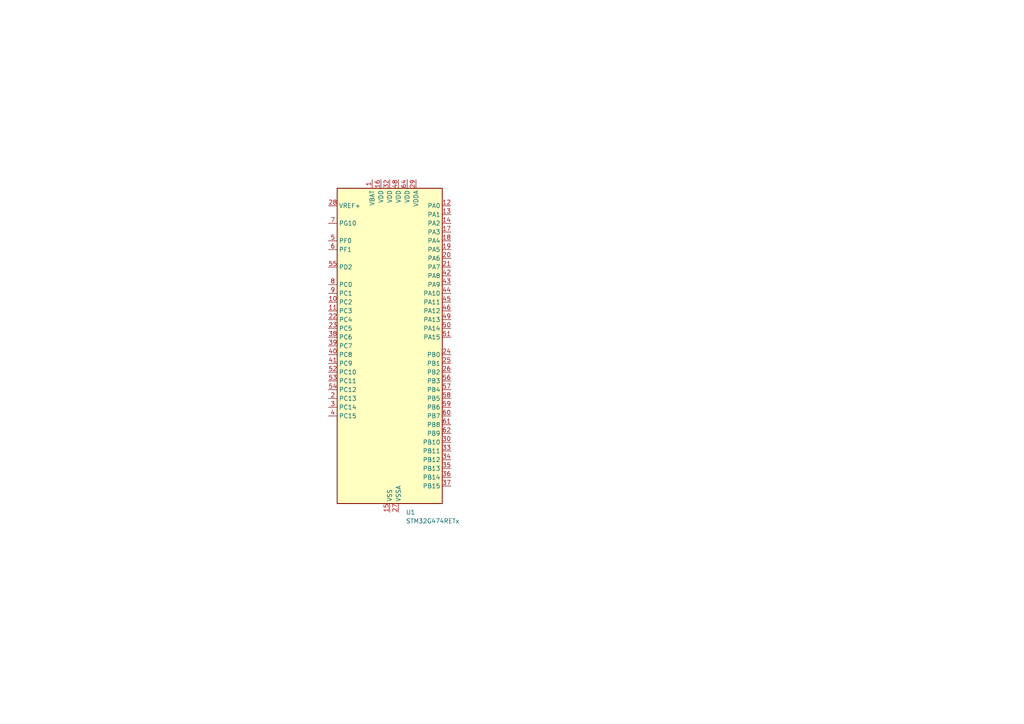
<source format=kicad_sch>
(kicad_sch (version 20250114) (generator "eeschema") (generator_version "9.0")
  (paper "A4")
  (lib_symbols
    (symbol "MCU_ST_STM32G4:STM32G474RETx"
      (property "Reference" "U" (at -15.24 46.99 0))
      (property "Value" "STM32G474RETx" (at 10.16 46.99 0))
      (symbol "STM32G474RETx_0_1"
        (rectangle (start -15.24 -45.72) (end 15.24 45.72) (stroke (width 0.254)) (fill (type background)))
      )
      (symbol "STM32G474RETx_1_1"
        (pin input line (at -17.78 40.64 0) (length 2.54) (name "VREF+") (number "28"))
        (pin bidirectional line (at -17.78 35.56 0) (length 2.54) (name "PG10") (number "7"))
        (pin bidirectional line (at -17.78 30.48 0) (length 2.54) (name "PF0") (number "5"))
        (pin bidirectional line (at -17.78 27.94 0) (length 2.54) (name "PF1") (number "6"))
        (pin bidirectional line (at -17.78 22.86 0) (length 2.54) (name "PD2") (number "55"))
        (pin bidirectional line (at -17.78 17.78 0) (length 2.54) (name "PC0") (number "8"))
        (pin bidirectional line (at -17.78 15.24 0) (length 2.54) (name "PC1") (number "9"))
        (pin bidirectional line (at -17.78 12.7 0) (length 2.54) (name "PC2") (number "10"))
        (pin bidirectional line (at -17.78 10.16 0) (length 2.54) (name "PC3") (number "11"))
        (pin bidirectional line (at -17.78 7.62 0) (length 2.54) (name "PC4") (number "22"))
        (pin bidirectional line (at -17.78 5.08 0) (length 2.54) (name "PC5") (number "23"))
        (pin bidirectional line (at -17.78 2.54 0) (length 2.54) (name "PC6") (number "38"))
        (pin bidirectional line (at -17.78 0 0) (length 2.54) (name "PC7") (number "39"))
        (pin bidirectional line (at -17.78 -2.54 0) (length 2.54) (name "PC8") (number "40"))
        (pin bidirectional line (at -17.78 -5.08 0) (length 2.54) (name "PC9") (number "41"))
        (pin bidirectional line (at -17.78 -7.62 0) (length 2.54) (name "PC10") (number "52"))
        (pin bidirectional line (at -17.78 -10.16 0) (length 2.54) (name "PC11") (number "53"))
        (pin bidirectional line (at -17.78 -12.7 0) (length 2.54) (name "PC12") (number "54"))
        (pin bidirectional line (at -17.78 -15.24 0) (length 2.54) (name "PC13") (number "2"))
        (pin bidirectional line (at -17.78 -17.78 0) (length 2.54) (name "PC14") (number "3"))
        (pin bidirectional line (at -17.78 -20.32 0) (length 2.54) (name "PC15") (number "4"))
        (pin power_in line (at -5.08 48.26 270) (length 2.54) (name "VBAT") (number "1"))
        (pin power_in line (at -2.54 48.26 270) (length 2.54) (name "VDD") (number "16"))
        (pin power_in line (at 0 48.26 270) (length 2.54) (name "VDD") (number "32"))
        (pin power_in line (at 0 -48.26 90) (length 2.54) (name "VSS") (number "15"))
        (pin passive line (at 0 -48.26 90) (length 2.54) (hide yes) (name "VSS") (number "31"))
        (pin passive line (at 0 -48.26 90) (length 2.54) (hide yes) (name "VSS") (number "47"))
        (pin passive line (at 0 -48.26 90) (length 2.54) (hide yes) (name "VSS") (number "63"))
        (pin power_in line (at 2.54 48.26 270) (length 2.54) (name "VDD") (number "48"))
        (pin power_in line (at 2.54 -48.26 90) (length 2.54) (name "VSSA") (number "27"))
        (pin power_in line (at 5.08 48.26 270) (length 2.54) (name "VDD") (number "64"))
        (pin power_in line (at 7.62 48.26 270) (length 2.54) (name "VDDA") (number "29"))
        (pin bidirectional line (at 17.78 40.64 180) (length 2.54) (name "PA0") (number "12"))
        (pin bidirectional line (at 17.78 38.1 180) (length 2.54) (name "PA1") (number "13"))
        (pin bidirectional line (at 17.78 35.56 180) (length 2.54) (name "PA2") (number "14"))
        (pin bidirectional line (at 17.78 33.02 180) (length 2.54) (name "PA3") (number "17"))
        (pin bidirectional line (at 17.78 30.48 180) (length 2.54) (name "PA4") (number "18"))
        (pin bidirectional line (at 17.78 27.94 180) (length 2.54) (name "PA5") (number "19"))
        (pin bidirectional line (at 17.78 25.4 180) (length 2.54) (name "PA6") (number "20"))
        (pin bidirectional line (at 17.78 22.86 180) (length 2.54) (name "PA7") (number "21"))
        (pin bidirectional line (at 17.78 20.32 180) (length 2.54) (name "PA8") (number "42"))
        (pin bidirectional line (at 17.78 17.78 180) (length 2.54) (name "PA9") (number "43"))
        (pin bidirectional line (at 17.78 15.24 180) (length 2.54) (name "PA10") (number "44"))
        (pin bidirectional line (at 17.78 12.7 180) (length 2.54) (name "PA11") (number "45"))
        (pin bidirectional line (at 17.78 10.16 180) (length 2.54) (name "PA12") (number "46"))
        (pin bidirectional line (at 17.78 7.62 180) (length 2.54) (name "PA13") (number "49"))
        (pin bidirectional line (at 17.78 5.08 180) (length 2.54) (name "PA14") (number "50"))
        (pin bidirectional line (at 17.78 2.54 180) (length 2.54) (name "PA15") (number "51"))
        (pin bidirectional line (at 17.78 -2.54 180) (length 2.54) (name "PB0") (number "24"))
        (pin bidirectional line (at 17.78 -5.08 180) (length 2.54) (name "PB1") (number "25"))
        (pin bidirectional line (at 17.78 -7.62 180) (length 2.54) (name "PB2") (number "26"))
        (pin bidirectional line (at 17.78 -10.16 180) (length 2.54) (name "PB3") (number "56"))
        (pin bidirectional line (at 17.78 -12.7 180) (length 2.54) (name "PB4") (number "57"))
        (pin bidirectional line (at 17.78 -15.24 180) (length 2.54) (name "PB5") (number "58"))
        (pin bidirectional line (at 17.78 -17.78 180) (length 2.54) (name "PB6") (number "59"))
        (pin bidirectional line (at 17.78 -20.32 180) (length 2.54) (name "PB7") (number "60"))
        (pin bidirectional line (at 17.78 -22.86 180) (length 2.54) (name "PB8") (number "61"))
        (pin bidirectional line (at 17.78 -25.4 180) (length 2.54) (name "PB9") (number "62"))
        (pin bidirectional line (at 17.78 -27.94 180) (length 2.54) (name "PB10") (number "30"))
        (pin bidirectional line (at 17.78 -30.48 180) (length 2.54) (name "PB11") (number "33"))
        (pin bidirectional line (at 17.78 -33.02 180) (length 2.54) (name "PB12") (number "34"))
        (pin bidirectional line (at 17.78 -35.56 180) (length 2.54) (name "PB13") (number "35"))
        (pin bidirectional line (at 17.78 -38.1 180) (length 2.54) (name "PB14") (number "36"))
        (pin bidirectional line (at 17.78 -40.64 180) (length 2.54) (name "PB15") (number "37"))
      )
    )
  )
  (symbol (lib_id "MCU_ST_STM32G4:STM32G474RETx") (at 113.03 100.33 0) (unit 1)
    (property "Reference" "U1" (at 117.7133 148.59 0) (effects (justify left)))
    (property "Value" "STM32G474RETx" (at 117.7133 151.13 0) (effects (justify left)))
    (property "Footprint" "Package_QFP:LQFP-64_10x10mm_P0.5mm" (effects (hide yes)))
    (property "Datasheet" "https://www.st.com/resource/en/datasheet/stm32g474re.pdf" (effects (hide yes)))
    (property "Description" "STMicroelectronics Arm Cortex-M4 MCU, 512KB flash, 128KB RAM, 170 MHz, 1.71-3.6V, 52 GPIO, LQFP64" (effects (hide yes)))
  )
)
</source>
